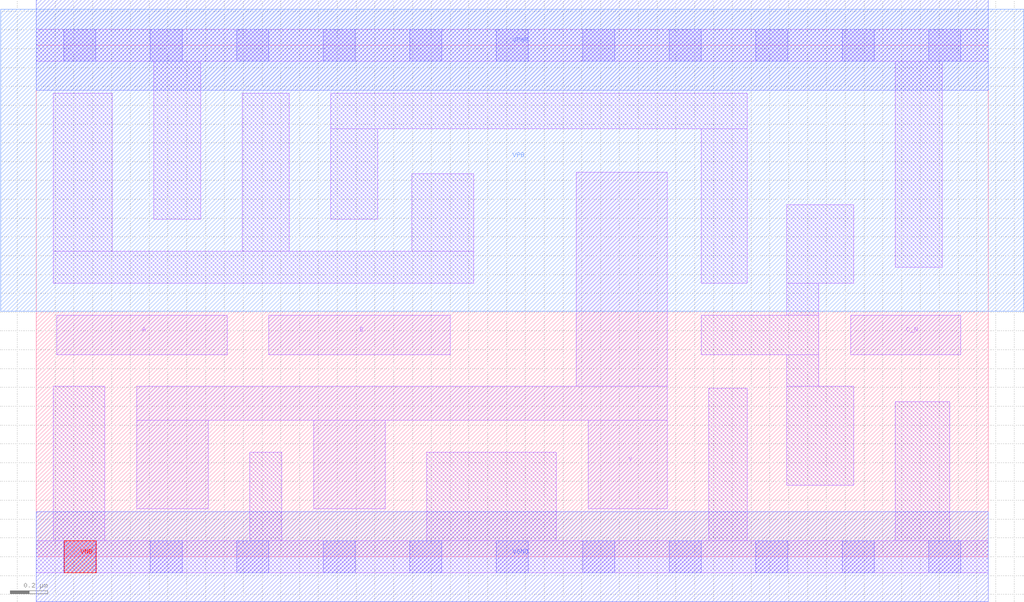
<source format=lef>
# Copyright 2020 The SkyWater PDK Authors
#
# Licensed under the Apache License, Version 2.0 (the "License");
# you may not use this file except in compliance with the License.
# You may obtain a copy of the License at
#
#     https://www.apache.org/licenses/LICENSE-2.0
#
# Unless required by applicable law or agreed to in writing, software
# distributed under the License is distributed on an "AS IS" BASIS,
# WITHOUT WARRANTIES OR CONDITIONS OF ANY KIND, either express or implied.
# See the License for the specific language governing permissions and
# limitations under the License.
#
# SPDX-License-Identifier: Apache-2.0

VERSION 5.7 ;
  NOWIREEXTENSIONATPIN ON ;
  DIVIDERCHAR "/" ;
  BUSBITCHARS "[]" ;
PROPERTYDEFINITIONS
  MACRO maskLayoutSubType STRING ;
  MACRO prCellType STRING ;
  MACRO originalViewName STRING ;
END PROPERTYDEFINITIONS
MACRO sky130_fd_sc_hdll__nor3b_2
  CLASS CORE ;
  FOREIGN sky130_fd_sc_hdll__nor3b_2 ;
  ORIGIN  0.000000  0.000000 ;
  SIZE  5.060000 BY  2.720000 ;
  SYMMETRY X Y R90 ;
  SITE unithd ;
  PIN A
    ANTENNAGATEAREA  0.555000 ;
    DIRECTION INPUT ;
    USE SIGNAL ;
    PORT
      LAYER li1 ;
        RECT 0.110000 1.075000 1.015000 1.285000 ;
    END
  END A
  PIN B
    ANTENNAGATEAREA  0.555000 ;
    DIRECTION INPUT ;
    USE SIGNAL ;
    PORT
      LAYER li1 ;
        RECT 1.235000 1.075000 2.200000 1.285000 ;
    END
  END B
  PIN C_N
    ANTENNAGATEAREA  0.138600 ;
    DIRECTION INPUT ;
    USE SIGNAL ;
    PORT
      LAYER li1 ;
        RECT 4.330000 1.075000 4.915000 1.285000 ;
    END
  END C_N
  PIN VGND
    ANTENNADIFFAREA  1.066200 ;
    DIRECTION INOUT ;
    USE SIGNAL ;
    PORT
      LAYER met1 ;
        RECT 0.000000 -0.240000 5.060000 0.240000 ;
    END
  END VGND
  PIN VNB
    PORT
      LAYER pwell ;
        RECT 0.150000 -0.085000 0.320000 0.085000 ;
    END
  END VNB
  PIN VPB
    PORT
      LAYER nwell ;
        RECT -0.190000 1.305000 5.250000 2.910000 ;
    END
  END VPB
  PIN VPWR
    ANTENNADIFFAREA  0.403400 ;
    DIRECTION INOUT ;
    USE SIGNAL ;
    PORT
      LAYER met1 ;
        RECT 0.000000 2.480000 5.060000 2.960000 ;
    END
  END VPWR
  PIN Y
    ANTENNADIFFAREA  0.979000 ;
    DIRECTION OUTPUT ;
    USE SIGNAL ;
    PORT
      LAYER li1 ;
        RECT 0.535000 0.255000 0.915000 0.725000 ;
        RECT 0.535000 0.725000 3.355000 0.905000 ;
        RECT 1.475000 0.255000 1.855000 0.725000 ;
        RECT 2.870000 0.905000 3.355000 2.045000 ;
        RECT 2.935000 0.255000 3.355000 0.725000 ;
    END
  END Y
  OBS
    LAYER li1 ;
      RECT 0.000000 -0.085000 5.060000 0.085000 ;
      RECT 0.000000  2.635000 5.060000 2.805000 ;
      RECT 0.090000  0.085000 0.365000 0.905000 ;
      RECT 0.090000  1.455000 2.325000 1.625000 ;
      RECT 0.090000  1.625000 0.405000 2.465000 ;
      RECT 0.625000  1.795000 0.875000 2.635000 ;
      RECT 1.095000  1.625000 1.345000 2.465000 ;
      RECT 1.135000  0.085000 1.305000 0.555000 ;
      RECT 1.565000  1.795000 1.815000 2.275000 ;
      RECT 1.565000  2.275000 3.780000 2.465000 ;
      RECT 1.995000  1.625000 2.325000 2.035000 ;
      RECT 2.075000  0.085000 2.765000 0.555000 ;
      RECT 3.535000  1.075000 4.160000 1.285000 ;
      RECT 3.535000  1.455000 3.780000 2.275000 ;
      RECT 3.575000  0.085000 3.780000 0.895000 ;
      RECT 3.990000  0.380000 4.345000 0.905000 ;
      RECT 3.990000  0.905000 4.160000 1.075000 ;
      RECT 3.990000  1.285000 4.160000 1.455000 ;
      RECT 3.990000  1.455000 4.345000 1.870000 ;
      RECT 4.565000  0.085000 4.855000 0.825000 ;
      RECT 4.565000  1.540000 4.815000 2.635000 ;
    LAYER mcon ;
      RECT 0.145000 -0.085000 0.315000 0.085000 ;
      RECT 0.145000  2.635000 0.315000 2.805000 ;
      RECT 0.605000 -0.085000 0.775000 0.085000 ;
      RECT 0.605000  2.635000 0.775000 2.805000 ;
      RECT 1.065000 -0.085000 1.235000 0.085000 ;
      RECT 1.065000  2.635000 1.235000 2.805000 ;
      RECT 1.525000 -0.085000 1.695000 0.085000 ;
      RECT 1.525000  2.635000 1.695000 2.805000 ;
      RECT 1.985000 -0.085000 2.155000 0.085000 ;
      RECT 1.985000  2.635000 2.155000 2.805000 ;
      RECT 2.445000 -0.085000 2.615000 0.085000 ;
      RECT 2.445000  2.635000 2.615000 2.805000 ;
      RECT 2.905000 -0.085000 3.075000 0.085000 ;
      RECT 2.905000  2.635000 3.075000 2.805000 ;
      RECT 3.365000 -0.085000 3.535000 0.085000 ;
      RECT 3.365000  2.635000 3.535000 2.805000 ;
      RECT 3.825000 -0.085000 3.995000 0.085000 ;
      RECT 3.825000  2.635000 3.995000 2.805000 ;
      RECT 4.285000 -0.085000 4.455000 0.085000 ;
      RECT 4.285000  2.635000 4.455000 2.805000 ;
      RECT 4.745000 -0.085000 4.915000 0.085000 ;
      RECT 4.745000  2.635000 4.915000 2.805000 ;
  END
  PROPERTY maskLayoutSubType "abstract" ;
  PROPERTY prCellType "standard" ;
  PROPERTY originalViewName "layout" ;
END sky130_fd_sc_hdll__nor3b_2
END LIBRARY

</source>
